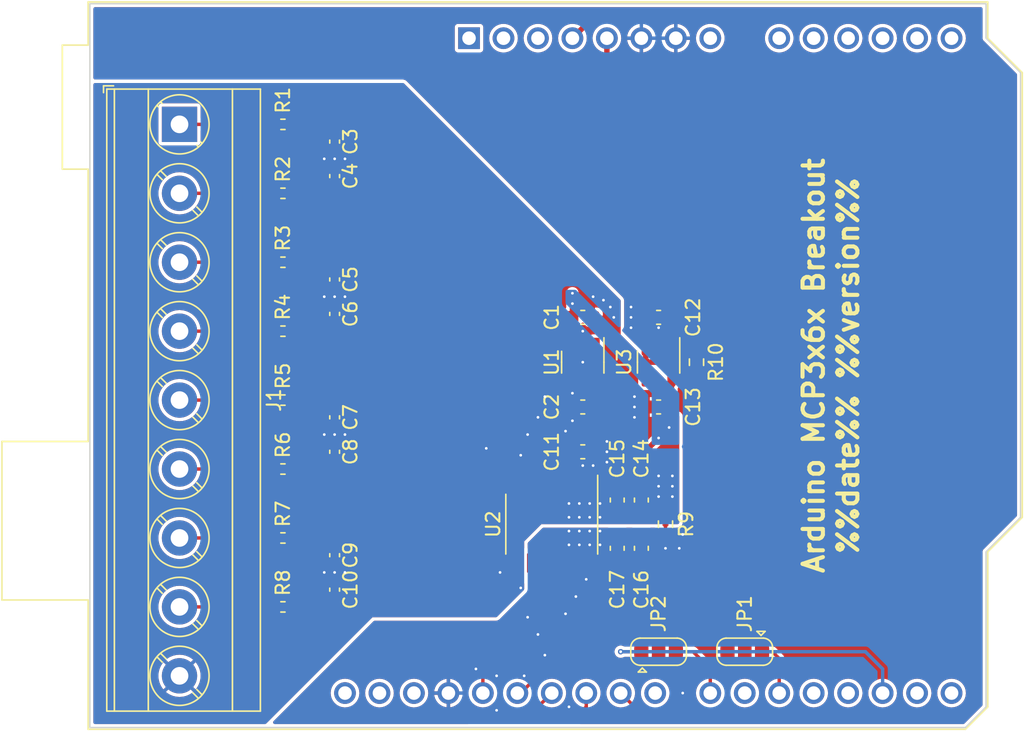
<source format=kicad_pcb>
(kicad_pcb (version 20211014) (generator pcbnew)
  (title_block (title "Arduino MCP3x6x Breakout") (date "2022-12-30") (company "Stefan Herold") (comment 1 "https://github.com/nerdyscout/Arduino_MCP3x6x_Library/pcb/Arduino") (comment 2 "UNO"))
  (layers (0 "F.Cu" signal) (31 "B.Cu" signal) (34 "B.Paste" user) (35 "F.Paste" user) (36 "B.SilkS" user "B.Silkscreen") (37 "F.SilkS" user "F.Silkscreen") (38 "B.Mask" user) (39 "F.Mask" user) (44 "Edge.Cuts" user))
  (net 0 "")
  (net 4 "VDD")
  (net 5 "+5V")
  (net 15 "Net-(A1-Pad17)")
  (net 18 "Net-(A1-Pad20)")
  (net 20 "unconnected-(A1-Pad24)")
  (net 22 "GNDD")
  (net 23 "/MCLK")
  (net 24 "/IRQ")
  (net 25 "/SS")
  (net 26 "/MOSI")
  (net 27 "/MISO")
  (net 28 "/SCK")
  (net 31 "VDDA")
  (net 32 "GNDA")
  (net 33 "Net-(C11-Pad1)")
  (net 34 "Net-(C3-Pad1)")
  (net 35 "Net-(C4-Pad2)")
  (net 36 "Net-(C5-Pad1)")
  (net 37 "Net-(C6-Pad2)")
  (net 38 "Net-(C7-Pad1)")
  (net 39 "Net-(C8-Pad2)")
  (net 40 "Net-(C9-Pad1)")
  (net 41 "Net-(C10-Pad2)")
  (net 44 "Net-(A1-Pad22)")
  (net 46 "Net-(J1-Pad1)")
  (net 47 "Net-(J1-Pad2)")
  (net 48 "Net-(J1-Pad3)")
  (net 49 "Net-(J1-Pad4)")
  (net 50 "Net-(J1-Pad5)")
  (net 51 "Net-(J1-Pad6)")
  (net 52 "Net-(J1-Pad7)")
  (net 53 "Net-(J1-Pad8)")
  (footprint "Capacitor_SMD:C_0603_1608Metric" (layer "F.Cu") (at 140.97 103.124 180)
    (fp_text reference "C12" (at -2.54 0 90) (layer "F.SilkS"))
    (fp_text value "100n")
    (pad "1" smd roundrect (at -0.775 0 180) (size 0.9 0.95) (layers "F.Cu" "F.Paste" "F.Mask") (net 5 "+5V"))
    (pad "2" smd roundrect (at 0.775 0 180) (size 0.9 0.95) (layers "F.Cu" "F.Paste" "F.Mask") (net 22 "GNDD"))
  )
  (footprint "Resistor_SMD:R_0402_1005Metric" (layer "F.Cu") (at 113.286 99.06)
    (fp_text reference "R3" (at 0 -1.778 90) (layer "F.SilkS"))
    (fp_text value "1k")
    (pad "1" smd roundrect (at -0.51 0) (size 0.54 0.64) (layers "F.Cu" "F.Paste" "F.Mask") (net 48 "Net-(J1-Pad3)"))
    (pad "2" smd roundrect (at 0.51 0) (size 0.54 0.64) (layers "F.Cu" "F.Paste" "F.Mask") (net 36 "Net-(C5-Pad1)"))
  )
  (footprint "Capacitor_SMD:C_0402_1005Metric" (layer "F.Cu") (at 117.096 120.65 -90)
    (fp_text reference "C9" (at 0 -1.16 90) (layer "F.SilkS"))
    (fp_text value "10p")
    (pad "1" smd roundrect (at -0.48 0 270) (size 0.56 0.62) (layers "F.Cu" "F.Paste" "F.Mask") (net 40 "Net-(C9-Pad1)"))
    (pad "2" smd roundrect (at 0.48 0 270) (size 0.56 0.62) (layers "F.Cu" "F.Paste" "F.Mask") (net 32 "GNDA"))
  )
  (footprint "Capacitor_SMD:C_0402_1005Metric" (layer "F.Cu") (at 117.096 100.33 -90)
    (fp_text reference "C5" (at 0 -1.16 90) (layer "F.SilkS"))
    (fp_text value "10p")
    (pad "1" smd roundrect (at -0.48 0 270) (size 0.56 0.62) (layers "F.Cu" "F.Paste" "F.Mask") (net 36 "Net-(C5-Pad1)"))
    (pad "2" smd roundrect (at 0.48 0 270) (size 0.56 0.62) (layers "F.Cu" "F.Paste" "F.Mask") (net 32 "GNDA"))
  )
  (footprint "Resistor_SMD:R_0402_1005Metric" (layer "F.Cu") (at 113.286 124.46)
    (fp_text reference "R8" (at -0.002 -1.778 90) (layer "F.SilkS"))
    (fp_text value "1k")
    (pad "1" smd roundrect (at -0.51 0) (size 0.54 0.64) (layers "F.Cu" "F.Paste" "F.Mask") (net 53 "Net-(J1-Pad8)"))
    (pad "2" smd roundrect (at 0.51 0) (size 0.54 0.64) (layers "F.Cu" "F.Paste" "F.Mask") (net 41 "Net-(C10-Pad2)"))
  )
  (footprint "Resistor_SMD:R_0603_1608Metric" (layer "F.Cu") (at 143.764 106.426 -90)
    (fp_text reference "R10" (at 0 -1.43 90) (layer "F.SilkS"))
    (fp_text value "DNP")
    (pad "1" smd roundrect (at -0.825 0 270) (size 0.8 0.95) (layers "F.Cu" "F.Paste" "F.Mask") (net 5 "+5V"))
    (pad "2" smd roundrect (at 0.825 0 270) (size 0.8 0.95) (layers "F.Cu" "F.Paste" "F.Mask") (net 31 "VDDA"))
  )
  (footprint "Capacitor_SMD:C_0603_1608Metric" (layer "F.Cu") (at 137.922 116.586 -90)
    (fp_text reference "C15" (at -3.048 0 90) (layer "F.SilkS"))
    (fp_text value "1n")
    (pad "1" smd roundrect (at -0.775 0 270) (size 0.9 0.95) (layers "F.Cu" "F.Paste" "F.Mask") (net 31 "VDDA"))
    (pad "2" smd roundrect (at 0.775 0 270) (size 0.9 0.95) (layers "F.Cu" "F.Paste" "F.Mask") (net 32 "GNDA"))
  )
  (footprint "Package_SO:TSSOP-20_4.4x6.5mm_P0.65mm" (layer "F.Cu") (at 133.096 118.364 -90)
    (fp_text reference "U2" (at 0 4.318 90) (layer "F.SilkS"))
    (fp_text value "MCP3x64/ST")
    (pad "1" smd roundrect (at -2.8625 -2.925 270) (size 1.475 0.4) (layers "F.Cu" "F.Paste" "F.Mask") (net 31 "VDDA"))
    (pad "2" smd roundrect (at -2.8625 -2.275 270) (size 1.475 0.4) (layers "F.Cu" "F.Paste" "F.Mask") (net 32 "GNDA"))
    (pad "3" smd roundrect (at -2.8625 -1.625 270) (size 1.475 0.4) (layers "F.Cu" "F.Paste" "F.Mask") (net 32 "GNDA"))
    (pad "4" smd roundrect (at -2.8625 -0.975 270) (size 1.475 0.4) (layers "F.Cu" "F.Paste" "F.Mask") (net 33 "Net-(C11-Pad1)"))
    (pad "5" smd roundrect (at -2.8625 -0.325 270) (size 1.475 0.4) (layers "F.Cu" "F.Paste" "F.Mask") (net 34 "Net-(C3-Pad1)"))
    (pad "6" smd roundrect (at -2.8625 0.325 270) (size 1.475 0.4) (layers "F.Cu" "F.Paste" "F.Mask") (net 35 "Net-(C4-Pad2)"))
    (pad "7" smd roundrect (at -2.8625 0.975 270) (size 1.475 0.4) (layers "F.Cu" "F.Paste" "F.Mask") (net 36 "Net-(C5-Pad1)"))
    (pad "8" smd roundrect (at -2.8625 1.625 270) (size 1.475 0.4) (layers "F.Cu" "F.Paste" "F.Mask") (net 37 "Net-(C6-Pad2)"))
    (pad "9" smd roundrect (at -2.8625 2.275 270) (size 1.475 0.4) (layers "F.Cu" "F.Paste" "F.Mask") (net 38 "Net-(C7-Pad1)"))
    (pad "10" smd roundrect (at -2.8625 2.925 270) (size 1.475 0.4) (layers "F.Cu" "F.Paste" "F.Mask") (net 39 "Net-(C8-Pad2)"))
    (pad "11" smd roundrect (at 2.8625 2.925 270) (size 1.475 0.4) (layers "F.Cu" "F.Paste" "F.Mask") (net 40 "Net-(C9-Pad1)"))
    (pad "12" smd roundrect (at 2.8625 2.275 270) (size 1.475 0.4) (layers "F.Cu" "F.Paste" "F.Mask") (net 41 "Net-(C10-Pad2)"))
    (pad "13" smd roundrect (at 2.8625 1.625 270) (size 1.475 0.4) (layers "F.Cu" "F.Paste" "F.Mask") (net 25 "/SS"))
    (pad "14" smd roundrect (at 2.8625 0.975 270) (size 1.475 0.4) (layers "F.Cu" "F.Paste" "F.Mask") (net 28 "/SCK"))
    (pad "15" smd roundrect (at 2.8625 0.325 270) (size 1.475 0.4) (layers "F.Cu" "F.Paste" "F.Mask") (net 26 "/MOSI"))
    (pad "16" smd roundrect (at 2.8625 -0.325 270) (size 1.475 0.4) (layers "F.Cu" "F.Paste" "F.Mask") (net 27 "/MISO"))
    (pad "17" smd roundrect (at 2.8625 -0.975 270) (size 1.475 0.4) (layers "F.Cu" "F.Paste" "F.Mask") (net 24 "/IRQ"))
    (pad "18" smd roundrect (at 2.8625 -1.625 270) (size 1.475 0.4) (layers "F.Cu" "F.Paste" "F.Mask") (net 23 "/MCLK"))
    (pad "19" smd roundrect (at 2.8625 -2.275 270) (size 1.475 0.4) (layers "F.Cu" "F.Paste" "F.Mask") (net 22 "GNDD"))
    (pad "20" smd roundrect (at 2.8625 -2.925 270) (size 1.475 0.4) (layers "F.Cu" "F.Paste" "F.Mask") (net 4 "VDD"))
  )
  (footprint "Capacitor_SMD:C_0603_1608Metric" (layer "F.Cu") (at 140.97 109.728 180)
    (fp_text reference "C13" (at -2.54 0 90) (layer "F.SilkS"))
    (fp_text value "100n")
    (pad "1" smd roundrect (at -0.775 0 180) (size 0.9 0.95) (layers "F.Cu" "F.Paste" "F.Mask") (net 31 "VDDA"))
    (pad "2" smd roundrect (at 0.775 0 180) (size 0.9 0.95) (layers "F.Cu" "F.Paste" "F.Mask") (net 32 "GNDA"))
  )
  (footprint "Capacitor_SMD:C_0603_1608Metric" (layer "F.Cu") (at 135.382 109.728 180)
    (fp_text reference "C2" (at 2.286 0 90) (layer "F.SilkS"))
    (fp_text value "100n")
    (pad "1" smd roundrect (at -0.775 0 180) (size 0.9 0.95) (layers "F.Cu" "F.Paste" "F.Mask") (net 33 "Net-(C11-Pad1)"))
    (pad "2" smd roundrect (at 0.775 0 180) (size 0.9 0.95) (layers "F.Cu" "F.Paste" "F.Mask") (net 32 "GNDA"))
  )
  (footprint "Resistor_SMD:R_0603_1608Metric" (layer "F.Cu") (at 141.478 118.364 90)
    (fp_text reference "R9" (at 0 1.524 90) (layer "F.SilkS"))
    (fp_text value "0")
    (pad "1" smd roundrect (at -0.825 0 90) (size 0.8 0.95) (layers "F.Cu" "F.Paste" "F.Mask") (net 22 "GNDD"))
    (pad "2" smd roundrect (at 0.825 0 90) (size 0.8 0.95) (layers "F.Cu" "F.Paste" "F.Mask") (net 32 "GNDA"))
  )
  (footprint "Capacitor_SMD:C_0603_1608Metric" (layer "F.Cu") (at 139.7 120.142 90)
    (fp_text reference "C16" (at -3.048 0 90) (layer "F.SilkS"))
    (fp_text value "100n")
    (pad "1" smd roundrect (at -0.775 0 90) (size 0.9 0.95) (layers "F.Cu" "F.Paste" "F.Mask") (net 4 "VDD"))
    (pad "2" smd roundrect (at 0.775 0 90) (size 0.9 0.95) (layers "F.Cu" "F.Paste" "F.Mask") (net 22 "GNDD"))
  )
  (footprint "Capacitor_SMD:C_0402_1005Metric" (layer "F.Cu") (at 117.096 123.19 -90)
    (fp_text reference "C10" (at 0 -1.16 90) (layer "F.SilkS"))
    (fp_text value "10p")
    (pad "1" smd roundrect (at -0.48 0 270) (size 0.56 0.62) (layers "F.Cu" "F.Paste" "F.Mask") (net 32 "GNDA"))
    (pad "2" smd roundrect (at 0.48 0 270) (size 0.56 0.62) (layers "F.Cu" "F.Paste" "F.Mask") (net 41 "Net-(C10-Pad2)"))
  )
  (footprint "Capacitor_SMD:C_0402_1005Metric" (layer "F.Cu") (at 117.096 110.49 -90)
    (fp_text reference "C7" (at 0 -1.16 90) (layer "F.SilkS"))
    (fp_text value "10p")
    (pad "1" smd roundrect (at -0.48 0 270) (size 0.56 0.62) (layers "F.Cu" "F.Paste" "F.Mask") (net 38 "Net-(C7-Pad1)"))
    (pad "2" smd roundrect (at 0.48 0 270) (size 0.56 0.62) (layers "F.Cu" "F.Paste" "F.Mask") (net 32 "GNDA"))
  )
  (footprint "Resistor_SMD:R_0402_1005Metric" (layer "F.Cu") (at 113.286 93.98)
    (fp_text reference "R2" (at 0 -1.778 90) (layer "F.SilkS"))
    (fp_text value "1k")
    (pad "1" smd roundrect (at -0.51 0) (size 0.54 0.64) (layers "F.Cu" "F.Paste" "F.Mask") (net 47 "Net-(J1-Pad2)"))
    (pad "2" smd roundrect (at 0.51 0) (size 0.54 0.64) (layers "F.Cu" "F.Paste" "F.Mask") (net 35 "Net-(C4-Pad2)"))
  )
  (footprint "Resistor_SMD:R_0402_1005Metric" (layer "F.Cu") (at 113.286 88.9)
    (fp_text reference "R1" (at 0 -1.778 90) (layer "F.SilkS"))
    (fp_text value "1k")
    (pad "1" smd roundrect (at -0.51 0) (size 0.54 0.64) (layers "F.Cu" "F.Paste" "F.Mask") (net 46 "Net-(J1-Pad1)"))
    (pad "2" smd roundrect (at 0.51 0) (size 0.54 0.64) (layers "F.Cu" "F.Paste" "F.Mask") (net 34 "Net-(C3-Pad1)"))
  )
  (footprint "Resistor_SMD:R_0402_1005Metric" (layer "F.Cu") (at 113.286 119.38)
    (fp_text reference "R7" (at 0 -1.778 90) (layer "F.SilkS"))
    (fp_text value "1k")
    (pad "1" smd roundrect (at -0.51 0) (size 0.54 0.64) (layers "F.Cu" "F.Paste" "F.Mask") (net 52 "Net-(J1-Pad7)"))
    (pad "2" smd roundrect (at 0.51 0) (size 0.54 0.64) (layers "F.Cu" "F.Paste" "F.Mask") (net 40 "Net-(C9-Pad1)"))
  )
  (footprint "Capacitor_SMD:C_0402_1005Metric" (layer "F.Cu") (at 117.096 90.17 -90)
    (fp_text reference "C3" (at 0 -1.16 90) (layer "F.SilkS"))
    (fp_text value "10p")
    (pad "1" smd roundrect (at -0.48 0 270) (size 0.56 0.62) (layers "F.Cu" "F.Paste" "F.Mask") (net 34 "Net-(C3-Pad1)"))
    (pad "2" smd roundrect (at 0.48 0 270) (size 0.56 0.62) (layers "F.Cu" "F.Paste" "F.Mask") (net 32 "GNDA"))
  )
  (footprint "Module:Arduino_UNO_R3" (layer "F.Cu") (at 127 82.55)
    (fp_text reference "A1" hide)
    (fp_text value "Arduino_Leonardo")
    (pad "1" thru_hole rect locked (at 0 0 90) (size 1.6 1.6) (drill 1) (layers *.Cu *.Mask))
    (pad "2" thru_hole oval locked (at 2.54 0 90) (size 1.6 1.6) (drill 1) (layers *.Cu *.Mask))
    (pad "3" thru_hole oval locked (at 5.08 0 90) (size 1.6 1.6) (drill 1) (layers *.Cu *.Mask))
    (pad "4" thru_hole oval locked (at 7.62 0 90) (size 1.6 1.6) (drill 1) (layers *.Cu *.Mask) (net 4 "VDD"))
    (pad "5" thru_hole oval locked (at 10.16 0 90) (size 1.6 1.6) (drill 1) (layers *.Cu *.Mask) (net 5 "+5V"))
    (pad "6" thru_hole oval locked (at 12.7 0 90) (size 1.6 1.6) (drill 1) (layers *.Cu *.Mask) (net 22 "GNDD"))
    (pad "7" thru_hole oval locked (at 15.24 0 90) (size 1.6 1.6) (drill 1) (layers *.Cu *.Mask) (net 22 "GNDD"))
    (pad "8" thru_hole oval locked (at 17.78 0 90) (size 1.6 1.6) (drill 1) (layers *.Cu *.Mask))
    (pad "9" thru_hole oval locked (at 22.86 0 90) (size 1.6 1.6) (drill 1) (layers *.Cu *.Mask))
    (pad "10" thru_hole oval locked (at 25.4 0 90) (size 1.6 1.6) (drill 1) (layers *.Cu *.Mask))
    (pad "11" thru_hole oval locked (at 27.94 0 90) (size 1.6 1.6) (drill 1) (layers *.Cu *.Mask))
    (pad "12" thru_hole oval locked (at 30.48 0 90) (size 1.6 1.6) (drill 1) (layers *.Cu *.Mask))
    (pad "13" thru_hole oval locked (at 33.02 0 90) (size 1.6 1.6) (drill 1) (layers *.Cu *.Mask))
    (pad "14" thru_hole oval locked (at 35.56 0 90) (size 1.6 1.6) (drill 1) (layers *.Cu *.Mask))
    (pad "15" thru_hole oval locked (at 35.56 48.26 90) (size 1.6 1.6) (drill 1) (layers *.Cu *.Mask))
    (pad "16" thru_hole oval locked (at 33.02 48.26 90) (size 1.6 1.6) (drill 1) (layers *.Cu *.Mask))
    (pad "17" thru_hole oval locked (at 30.48 48.26 90) (size 1.6 1.6) (drill 1) (layers *.Cu *.Mask) (net 15 "Net-(A1-Pad17)"))
    (pad "18" thru_hole oval locked (at 27.94 48.26 90) (size 1.6 1.6) (drill 1) (layers *.Cu *.Mask))
    (pad "19" thru_hole oval locked (at 25.4 48.26 90) (size 1.6 1.6) (drill 1) (layers *.Cu *.Mask))
    (pad "20" thru_hole oval locked (at 22.86 48.26 90) (size 1.6 1.6) (drill 1) (layers *.Cu *.Mask) (net 18 "Net-(A1-Pad20)"))
    (pad "21" thru_hole oval locked (at 20.32 48.26 90) (size 1.6 1.6) (drill 1) (layers *.Cu *.Mask))
    (pad "22" thru_hole oval locked (at 17.78 48.26 90) (size 1.6 1.6) (drill 1) (layers *.Cu *.Mask) (net 44 "Net-(A1-Pad22)"))
    (pad "23" thru_hole oval locked (at 13.72 48.26 90) (size 1.6 1.6) (drill 1) (layers *.Cu *.Mask))
    (pad "24" thru_hole oval locked (at 11.18 48.26 90) (size 1.6 1.6) (drill 1) (layers *.Cu *.Mask) (net 20 "unconnected-(A1-Pad24)"))
    (pad "25" thru_hole oval locked (at 8.64 48.26 90) (size 1.6 1.6) (drill 1) (layers *.Cu *.Mask) (net 25 "/SS"))
    (pad "26" thru_hole oval locked (at 6.1 48.26 90) (size 1.6 1.6) (drill 1) (layers *.Cu *.Mask) (net 26 "/MOSI"))
    (pad "27" thru_hole oval locked (at 3.56 48.26 90) (size 1.6 1.6) (drill 1) (layers *.Cu *.Mask) (net 27 "/MISO"))
    (pad "28" thru_hole oval locked (at 1.02 48.26 90) (size 1.6 1.6) (drill 1) (layers *.Cu *.Mask) (net 28 "/SCK"))
    (pad "29" thru_hole oval locked (at -1.52 48.26 90) (size 1.6 1.6) (drill 1) (layers *.Cu *.Mask) (net 22 "GNDD"))
    (pad "30" thru_hole oval locked (at -4.06 48.26 90) (size 1.6 1.6) (drill 1) (layers *.Cu *.Mask))
    (pad "31" thru_hole oval locked (at -6.6 48.26 90) (size 1.6 1.6) (drill 1) (layers *.Cu *.Mask))
    (pad "32" thru_hole oval locked (at -9.14 48.26 90) (size 1.6 1.6) (drill 1) (layers *.Cu *.Mask))
  )
  (footprint "Capacitor_SMD:C_0603_1608Metric" (layer "F.Cu") (at 135.382 113.03)
    (fp_text reference "C11" (at -2.286 0 90) (layer "F.SilkS"))
    (fp_text value "1n")
    (pad "1" smd roundrect (at -0.775 0) (size 0.9 0.95) (layers "F.Cu" "F.Paste" "F.Mask") (net 33 "Net-(C11-Pad1)"))
    (pad "2" smd roundrect (at 0.775 0) (size 0.9 0.95) (layers "F.Cu" "F.Paste" "F.Mask") (net 32 "GNDA"))
  )
  (footprint "Resistor_SMD:R_0402_1005Metric" (layer "F.Cu") (at 113.286 104.14)
    (fp_text reference "R4" (at -0.002 -1.778 90) (layer "F.SilkS"))
    (fp_text value "1k")
    (pad "1" smd roundrect (at -0.51 0) (size 0.54 0.64) (layers "F.Cu" "F.Paste" "F.Mask") (net 49 "Net-(J1-Pad4)"))
    (pad "2" smd roundrect (at 0.51 0) (size 0.54 0.64) (layers "F.Cu" "F.Paste" "F.Mask") (net 37 "Net-(C6-Pad2)"))
  )
  (footprint "TerminalBlock_Phoenix:TerminalBlock_Phoenix_MKDS-3-9-5.08_1x09_P5.08mm_Horizontal" (layer "F.Cu") (at 105.664 88.9 -90)
    (fp_text reference "J1" (at 20.32 -6.96 90) (layer "F.SilkS"))
    (fp_text value "Conn_01x09")
    (pad "1" thru_hole rect (at 0 0 270) (size 2.6 2.6) (drill 1.3) (layers *.Cu *.Mask) (net 46 "Net-(J1-Pad1)"))
    (pad "2" thru_hole circle (at 5.08 0 270) (size 2.6 2.6) (drill 1.3) (layers *.Cu *.Mask) (net 47 "Net-(J1-Pad2)"))
    (pad "3" thru_hole circle (at 10.16 0 270) (size 2.6 2.6) (drill 1.3) (layers *.Cu *.Mask) (net 48 "Net-(J1-Pad3)"))
    (pad "4" thru_hole circle (at 15.24 0 270) (size 2.6 2.6) (drill 1.3) (layers *.Cu *.Mask) (net 49 "Net-(J1-Pad4)"))
    (pad "5" thru_hole circle (at 20.32 0 270) (size 2.6 2.6) (drill 1.3) (layers *.Cu *.Mask) (net 50 "Net-(J1-Pad5)"))
    (pad "6" thru_hole circle (at 25.4 0 270) (size 2.6 2.6) (drill 1.3) (layers *.Cu *.Mask) (net 51 "Net-(J1-Pad6)"))
    (pad "7" thru_hole circle (at 30.48 0 270) (size 2.6 2.6) (drill 1.3) (layers *.Cu *.Mask) (net 52 "Net-(J1-Pad7)"))
    (pad "8" thru_hole circle (at 35.56 0 270) (size 2.6 2.6) (drill 1.3) (layers *.Cu *.Mask) (net 53 "Net-(J1-Pad8)"))
    (pad "9" thru_hole circle (at 40.64 0 270) (size 2.6 2.6) (drill 1.3) (layers *.Cu *.Mask) (net 32 "GNDA"))
  )
  (footprint "Capacitor_SMD:C_0402_1005Metric" (layer "F.Cu") (at 117.096 102.87 -90)
    (fp_text reference "C6" (at 0 -1.16 90) (layer "F.SilkS"))
    (fp_text value "10p")
    (pad "1" smd roundrect (at -0.48 0 270) (size 0.56 0.62) (layers "F.Cu" "F.Paste" "F.Mask") (net 32 "GNDA"))
    (pad "2" smd roundrect (at 0.48 0 270) (size 0.56 0.62) (layers "F.Cu" "F.Paste" "F.Mask") (net 37 "Net-(C6-Pad2)"))
  )
  (footprint "Capacitor_SMD:C_0603_1608Metric" (layer "F.Cu") (at 135.382 103.124)
    (fp_text reference "C1" (at -2.286 0 90) (layer "F.SilkS"))
    (fp_text value "100n")
    (pad "1" smd roundrect (at -0.775 0) (size 0.9 0.95) (layers "F.Cu" "F.Paste" "F.Mask") (net 31 "VDDA"))
    (pad "2" smd roundrect (at 0.775 0) (size 0.9 0.95) (layers "F.Cu" "F.Paste" "F.Mask") (net 32 "GNDA"))
  )
  (footprint "Capacitor_SMD:C_0402_1005Metric" (layer "F.Cu") (at 117.096 92.71 -90)
    (fp_text reference "C4" (at 0 -1.16 90) (layer "F.SilkS"))
    (fp_text value "10p")
    (pad "1" smd roundrect (at -0.48 0 270) (size 0.56 0.62) (layers "F.Cu" "F.Paste" "F.Mask") (net 32 "GNDA"))
    (pad "2" smd roundrect (at 0.48 0 270) (size 0.56 0.62) (layers "F.Cu" "F.Paste" "F.Mask") (net 35 "Net-(C4-Pad2)"))
  )
  (footprint "Resistor_SMD:R_0402_1005Metric" (layer "F.Cu") (at 113.286 114.3)
    (fp_text reference "R6" (at -0.002 -1.778 90) (layer "F.SilkS"))
    (fp_text value "1k")
    (pad "1" smd roundrect (at -0.51 0) (size 0.54 0.64) (layers "F.Cu" "F.Paste" "F.Mask") (net 51 "Net-(J1-Pad6)"))
    (pad "2" smd roundrect (at 0.51 0) (size 0.54 0.64) (layers "F.Cu" "F.Paste" "F.Mask") (net 39 "Net-(C8-Pad2)"))
  )
  (footprint "Jumper:SolderJumper-3_P1.3mm_Open_RoundedPad1.0x1.5mm" (layer "F.Cu") (at 140.97 127.762)
    (fp_text reference "JP2" (at 0 -2.794 90) (layer "F.SilkS"))
    (fp_text value "SolderJumper_3_Open")
    (pad "1" smd custom (at -1.3 0) (size 1 0.5) (layers "F.Cu" "F.Mask") (net 15 "Net-(A1-Pad17)") (options (clearance outline) (anchor rect)) (primitives (gr_circle (center 0 0.25) (end 0.5 0.25) (width 0) (fill yes)) (gr_circle (center 0 -0.25) (end 0.5 -0.25) (width 0) (fill yes)) (gr_poly (pts (xy 0.55 0.75) (xy 0 0.75) (xy 0 -0.75) (xy 0.55 -0.75)) (width 0) (fill yes))))
    (pad "2" smd rect (at 0 0) (size 1 1.5) (layers "F.Cu" "F.Mask") (net 24 "/IRQ"))
    (pad "3" smd custom (at 1.3 0) (size 1 0.5) (layers "F.Cu" "F.Mask") (net 44 "Net-(A1-Pad22)") (options (clearance outline) (anchor rect)) (primitives (gr_circle (center 0 0.25) (end 0.5 0.25) (width 0) (fill yes)) (gr_circle (center 0 -0.25) (end 0.5 -0.25) (width 0) (fill yes)) (gr_poly (pts (xy 0 0.75) (xy -0.55 0.75) (xy -0.55 -0.75) (xy 0 -0.75)) (width 0) (fill yes))))
  )
  (footprint "Jumper:SolderJumper-3_P1.3mm_Open_RoundedPad1.0x1.5mm" (layer "F.Cu") (at 147.32 127.762 180)
    (fp_text reference "JP1" (at 0 2.794 90) (layer "F.SilkS"))
    (fp_text value "SolderJumper_3_Open")
    (pad "1" smd custom (at -1.3 0 180) (size 1 0.5) (layers "F.Cu" "F.Mask") (net 18 "Net-(A1-Pad20)") (options (clearance outline) (anchor rect)) (primitives (gr_circle (center 0 0.25) (end 0.5 0.25) (width 0) (fill yes)) (gr_circle (center 0 -0.25) (end 0.5 -0.25) (width 0) (fill yes)) (gr_poly (pts (xy 0.55 0.75) (xy 0 0.75) (xy 0 -0.75) (xy 0.55 -0.75)) (width 0) (fill yes))))
    (pad "2" smd rect (at 0 0 180) (size 1 1.5) (layers "F.Cu" "F.Mask") (net 23 "/MCLK"))
    (pad "3" smd custom (at 1.3 0 180) (size 1 0.5) (layers "F.Cu" "F.Mask") (net 20 "unconnected-(A1-Pad24)") (options (clearance outline) (anchor rect)) (primitives (gr_circle (center 0 0.25) (end 0.5 0.25) (width 0) (fill yes)) (gr_circle (center 0 -0.25) (end 0.5 -0.25) (width 0) (fill yes)) (gr_poly (pts (xy 0 0.75) (xy -0.55 0.75) (xy -0.55 -0.75) (xy 0 -0.75)) (width 0) (fill yes))))
  )
  (footprint "Package_TO_SOT_SMD:SOT-23-5" (layer "F.Cu") (at 140.97 106.426 -90)
    (fp_text reference "U3" (at 0 2.54 90) (layer "F.SilkS"))
    (fp_text value "NCP163ASN330T1G")
    (pad "1" smd roundrect (at -1.1375 -0.95 270) (size 1.325 0.6) (layers "F.Cu" "F.Paste" "F.Mask") (net 5 "+5V"))
    (pad "2" smd roundrect (at -1.1375 0 270) (size 1.325 0.6) (layers "F.Cu" "F.Paste" "F.Mask") (net 22 "GNDD"))
    (pad "3" smd roundrect (at -1.1375 0.95 270) (size 1.325 0.6) (layers "F.Cu" "F.Paste" "F.Mask") (net 5 "+5V"))
    (pad "4" smd roundrect (at 1.1375 0.95 270) (size 1.325 0.6) (layers "F.Cu" "F.Paste" "F.Mask"))
    (pad "5" smd roundrect (at 1.1375 -0.95 270) (size 1.325 0.6) (layers "F.Cu" "F.Paste" "F.Mask") (net 31 "VDDA"))
  )
  (footprint "Package_TO_SOT_SMD:SOT-23-5" (layer "F.Cu") (at 135.382 106.426 -90)
    (fp_text reference "U1" (at 0 2.286 -270) (layer "F.SilkS"))
    (fp_text value "LM4132xMF-3.3")
    (pad "1" smd roundrect (at -1.1375 -0.95 270) (size 1.325 0.6) (layers "F.Cu" "F.Paste" "F.Mask"))
    (pad "2" smd roundrect (at -1.1375 0 270) (size 1.325 0.6) (layers "F.Cu" "F.Paste" "F.Mask") (net 32 "GNDA"))
    (pad "3" smd roundrect (at -1.1375 0.95 270) (size 1.325 0.6) (layers "F.Cu" "F.Paste" "F.Mask") (net 31 "VDDA"))
    (pad "4" smd roundrect (at 1.1375 0.95 270) (size 1.325 0.6) (layers "F.Cu" "F.Paste" "F.Mask") (net 31 "VDDA"))
    (pad "5" smd roundrect (at 1.1375 -0.95 270) (size 1.325 0.6) (layers "F.Cu" "F.Paste" "F.Mask") (net 33 "Net-(C11-Pad1)"))
  )
  (footprint "Capacitor_SMD:C_0603_1608Metric" (layer "F.Cu") (at 139.7 116.586 -90)
    (fp_text reference "C14" (at -3.048 0 90) (layer "F.SilkS"))
    (fp_text value "100n")
    (pad "1" smd roundrect (at -0.775 0 270) (size 0.9 0.95) (layers "F.Cu" "F.Paste" "F.Mask") (net 31 "VDDA"))
    (pad "2" smd roundrect (at 0.775 0 270) (size 0.9 0.95) (layers "F.Cu" "F.Paste" "F.Mask") (net 32 "GNDA"))
  )
  (footprint "Capacitor_SMD:C_0402_1005Metric" (layer "F.Cu") (at 117.096 113.03 -90)
    (fp_text reference "C8" (at 0 -1.16 90) (layer "F.SilkS"))
    (fp_text value "10p")
    (pad "1" smd roundrect (at -0.48 0 270) (size 0.56 0.62) (layers "F.Cu" "F.Paste" "F.Mask") (net 32 "GNDA"))
    (pad "2" smd roundrect (at 0.48 0 270) (size 0.56 0.62) (layers "F.Cu" "F.Paste" "F.Mask") (net 39 "Net-(C8-Pad2)"))
  )
  (footprint "Resistor_SMD:R_0402_1005Metric" (layer "F.Cu") (at 113.286 109.22)
    (fp_text reference "R5" (at 0 -1.778 90) (layer "F.SilkS"))
    (fp_text value "1k")
    (pad "1" smd roundrect (at -0.51 0) (size 0.54 0.64) (layers "F.Cu" "F.Paste" "F.Mask") (net 50 "Net-(J1-Pad5)"))
    (pad "2" smd roundrect (at 0.51 0) (size 0.54 0.64) (layers "F.Cu" "F.Paste" "F.Mask") (net 38 "Net-(C7-Pad1)"))
  )
  (footprint "Capacitor_SMD:C_0603_1608Metric" (layer "F.Cu") (at 137.922 120.142 90)
    (fp_text reference "C17" (at -3.048 0 90) (layer "F.SilkS"))
    (fp_text value "1n")
    (pad "1" smd roundrect (at -0.775 0 90) (size 0.9 0.95) (layers "F.Cu" "F.Paste" "F.Mask") (net 4 "VDD"))
    (pad "2" smd roundrect (at 0.775 0 90) (size 0.9 0.95) (layers "F.Cu" "F.Paste" "F.Mask") (net 22 "GNDD"))
  )
  (gr_poly (pts (xy 165.1 82.55) (xy 167.64 85.09) (xy 167.64 117.856) (xy 165.1 120.396) (xy 165.1 131.826) (xy 163.576 133.35) (xy 99.06 133.35) (xy 99.06 80.01) (xy 165.1 80.01)) (layer "Edge.Cuts") (width 0.1) (fill none))
  (gr_text "%%date%% %%version%%" (at 154.94 106.68 90) (layer "F.SilkS") (effects (font (size 1.5 1.5) (thickness 0.3))))
  (gr_text "Arduino MCP3x6x Breakout" (at 152.4 106.68 90) (layer "F.SilkS") (effects (font (size 1.5 1.5) (thickness 0.3))))
  (segment (start 140.208 81.026) (end 136.144 81.026) (width 0.4) (layer "F.Cu") (net 4))
  (segment (start 142.735 120.917) (end 146.05 117.602) (width 0.4) (layer "F.Cu") (net 4))
  (segment (start 146.05 117.602) (end 146.05 94.488) (width 0.4) (layer "F.Cu") (net 4))
  (segment (start 137.909 120.904) (end 137.922 120.917) (width 0.4) (layer "F.Cu") (net 4))
  (segment (start 136.144 81.026) (end 134.62 82.55) (width 0.4) (layer "F.Cu") (net 4))
  (segment (start 140.97 81.788) (end 140.208 81.026) (width 0.4) (layer "F.Cu") (net 4))
  (segment (start 136.021 121.2265) (end 136.5835 121.2265) (width 0.4) (layer "F.Cu") (net 4))
  (segment (start 139.7 120.917) (end 142.735 120.917) (width 0.4) (layer "F.Cu") (net 4))
  (segment (start 140.97 89.408) (end 140.97 81.788) (width 0.4) (layer "F.Cu") (net 4))
  (segment (start 136.5835 121.2265) (end 136.906 120.904) (width 0.4) (layer "F.Cu") (net 4))
  (segment (start 136.906 120.904) (end 137.909 120.904) (width 0.4) (layer "F.Cu") (net 4))
  (segment (start 137.922 120.917) (end 139.7 120.917) (width 0.4) (layer "F.Cu") (net 4))
  (segment (start 146.05 94.488) (end 140.97 89.408) (width 0.4) (layer "F.Cu") (net 4))
  (segment (start 141.745 103.124) (end 141.745 97.041) (width 0.4) (layer "F.Cu") (net 5))
  (segment (start 143.764 105.601) (end 142.939 105.601) (width 0.4) (layer "F.Cu") (net 5))
  (segment (start 141.745 97.041) (end 137.16 92.456) (width 0.4) (layer "F.Cu") (net 5))
  (segment (start 141.732 106.426) (end 141.92 106.238) (width 0.4) (layer "F.Cu") (net 5))
  (segment (start 141.92 104.328) (end 141.859 104.267) (width 0.4) (layer "F.Cu") (net 5))
  (segment (start 137.16 92.456) (end 137.16 82.55) (width 0.4) (layer "F.Cu") (net 5))
  (segment (start 142.939 105.601) (end 142.6265 105.2885) (width 0.4) (layer "F.Cu") (net 5))
  (segment (start 140.208 106.426) (end 141.732 106.426) (width 0.4) (layer "F.Cu") (net 5))
  (segment (start 141.92 105.2885) (end 141.92 104.328) (width 0.4) (layer "F.Cu") (net 5))
  (segment (start 142.6265 105.2885) (end 141.92 105.2885) (width 0.4) (layer "F.Cu") (net 5))
  (segment (start 140.02 105.2885) (end 140.02 106.238) (width 0.4) (layer "F.Cu") (net 5))
  (segment (start 141.745 103.124) (end 141.745 104.153) (width 0.4) (layer "F.Cu") (net 5))
  (segment (start 141.745 104.153) (end 141.859 104.267) (width 0.4) (layer "F.Cu") (net 5))
  (segment (start 140.02 106.238) (end 140.208 106.426) (width 0.4) (layer "F.Cu") (net 5))
  (segment (start 141.92 106.238) (end 141.92 105.2885) (width 0.4) (layer "F.Cu") (net 5))
  (segment (start 139.67 127.762) (end 138.176 127.762) (width 0.25) (layer "F.Cu") (net 15))
  (via (at 138.176 127.762) (size 0.4) (drill 0.2) (layers "F.Cu" "B.Cu") (net 15))
  (segment (start 156.21 127.762) (end 157.48 129.032) (width 0.25) (layer "B.Cu") (net 15))
  (segment (start 157.48 129.032) (end 157.48 130.81) (width 0.25) (layer "B.Cu") (net 15))
  (segment (start 138.176 127.762) (end 156.21 127.762) (width 0.25) (layer "B.Cu") (net 15))
  (segment (start 149.352 127.762) (end 149.86 128.27) (width 0.25) (layer "F.Cu") (net 18))
  (segment (start 149.86 128.27) (end 149.86 130.81) (width 0.25) (layer "F.Cu") (net 18))
  (segment (start 148.62 127.762) (end 149.352 127.762) (width 0.25) (layer "F.Cu") (net 18))
  (segment (start 146.02 131.856) (end 145.542 132.334) (width 0.25) (layer "F.Cu") (net 20))
  (segment (start 139.704 132.334) (end 138.18 130.81) (width 0.25) (layer "F.Cu") (net 20))
  (segment (start 146.02 127.762) (end 146.02 131.856) (width 0.25) (layer "F.Cu") (net 20))
  (segment (start 145.542 132.334) (end 139.704 132.334) (width 0.25) (layer "F.Cu") (net 20))
  (via (at 140.97 103.886) (size 0.4) (drill 0.2) (layers "F.Cu" "B.Cu") (net 22))
  (via (at 142.748 130.81) (size 0.4) (drill 0.2) (layers "F.Cu" "B.Cu") (net 22))
  (via (at 134.112 124.968) (size 0.4) (drill 0.2) (layers "F.Cu" "B.Cu") (net 22))
  (via (at 135.89 118.872) (size 0.4) (drill 0.2) (layers "F.Cu" "B.Cu") (net 22))
  (via (at 131.064 129.54) (size 0.4) (drill 0.2) (layers "F.Cu" "B.Cu") (net 22))
  (via (at 138.938 102.362) (size 0.4) (drill 0.2) (layers "F.Cu" "B.Cu") (net 22))
  (via (at 136.652 119.888) (size 0.4) (drill 0.2) (layers "F.Cu" "B.Cu") (net 22))
  (via (at 129.032 132.08) (size 0.4) (drill 0.2) (layers "F.Cu" "B.Cu") (net 22))
  (via (at 136.652 118.872) (size 0.4) (drill 0.2) (layers "F.Cu" "B.Cu") (net 22))
  (via (at 129.032 129.54) (size 0.4) (drill 0.2) (layers "F.Cu" "B.Cu") (net 22))
  (via (at 127.508 129.032) (size 0.4) (drill 0.2) (layers "F.Cu" "B.Cu") (net 22))
  (via (at 142.494 120.142) (size 0.4) (drill 0.2) (layers "F.Cu" "B.Cu") (net 22))
  (via (at 138.938 103.886) (size 0.4) (drill 0.2) (layers "F.Cu" "B.Cu") (net 22))
  (via (at 134.874 123.698) (size 0.4) (drill 0.2) (layers "F.Cu" "B.Cu") (net 22))
  (via (at 135.89 119.888) (size 0.4) (drill 0.2) (layers "F.Cu" "B.Cu") (net 22))
  (via (at 135.636 122.428) (size 0.4) (drill 0.2) (layers "F.Cu" "B.Cu") (net 22))
  (via (at 132.588 128.016) (size 0.4) (drill 0.2) (layers "F.Cu" "B.Cu") (net 22))
  (via (at 138.938 103.124) (size 0.4) (drill 0.2) (layers "F.Cu" "B.Cu") (net 22))
  (via (at 134.366 131.826) (size 0.4) (drill 0.2) (layers "F.Cu" "B.Cu") (net 22))
  (via (at 134.366 119.888) (size 0.4) (drill 0.2) (layers "F.Cu" "B.Cu") (net 22))
  (via (at 134.366 118.872) (size 0.4) (drill 0.2) (layers "F.Cu" "B.Cu") (net 22))
  (via (at 131.318 125.222) (size 0.4) (drill 0.2) (layers "F.Cu" "B.Cu") (net 22))
  (via (at 142.748 119.126) (size 0.4) (drill 0.2) (layers "F.Cu" "B.Cu") (net 22))
  (via (at 132.08 126.492) (size 0.4) (drill 0.2) (layers "F.Cu" "B.Cu") (net 22))
  (via (at 141.478 120.142) (size 0.4) (drill 0.2) (layers "F.Cu" "B.Cu") (net 22))
  (via (at 135.128 118.872) (size 0.4) (drill 0.2) (layers "F.Cu" "B.Cu") (net 22))
  (via (at 135.128 119.888) (size 0.4) (drill 0.2) (layers "F.Cu" "B.Cu") (net 22))
  (segment (start 135.763 123.698) (end 144.526 123.698) (width 0.25) (layer "F.Cu") (net 23))
  (segment (start 147.32 126.492) (end 147.32 127.762) (width 0.25) (layer "F.Cu") (net 23))
  (segment (start 134.721 122.656) (end 135.763 123.698) (width 0.25) (layer "F.Cu") (net 23))
  (segment (start 144.526 123.698) (end 147.32 126.492) (width 0.25) (layer "F.Cu") (net 23))
  (segment (start 134.721 121.2265) (end 134.721 122.656) (width 0.25) (layer "F.Cu") (net 23))
  (segment (start 134.071 123.911) (end 135.128 124.968) (width 0.25) (layer "F.Cu") (net 24))
  (segment (start 140.97 125.984) (end 139.954 124.968) (width 0.25) (layer "F.Cu") (net 24))
  (segment (start 134.071 121.2265) (end 134.071 123.911) (width 0.25) (layer "F.Cu") (net 24))
  (segment (start 135.128 124.968) (end 139.954 124.968) (width 0.25) (layer "F.Cu") (net 24))
  (segment (start 140.97 127.762) (end 140.97 125.984) (width 0.25) (layer "F.Cu") (net 24))
  (segment (start 126.746 128.778) (end 131.471 124.053) (width 0.25) (layer "F.Cu") (net 25))
  (segment (start 135.64 130.81) (end 135.64 131.822) (width 0.25) (layer "F.Cu") (net 25))
  (segment (start 131.471 124.053) (end 131.471 121.2265) (width 0.25) (layer "F.Cu") (net 25))
  (segment (start 126.746 132.08) (end 126.746 128.778) (width 0.25) (layer "F.Cu") (net 25))
  (segment (start 127.508 132.842) (end 126.746 132.08) (width 0.25) (layer "F.Cu") (net 25))
  (segment (start 134.62 132.842) (end 127.508 132.842) (width 0.25) (layer "F.Cu") (net 25))
  (segment (start 135.64 131.822) (end 134.62 132.842) (width 0.25) (layer "F.Cu") (net 25))
  (segment (start 131.83 132.08) (end 130.048 132.08) (width 0.25) (layer "F.Cu") (net 26))
  (segment (start 132.771 126.817) (end 132.771 121.2265) (width 0.25) (layer "F.Cu") (net 26))
  (segment (start 129.286 131.318) (end 129.286 130.302) (width 0.25) (layer "F.Cu") (net 26))
  (segment (start 129.286 130.302) (end 132.771 126.817) (width 0.25) (layer "F.Cu") (net 26))
  (segment (start 133.1 130.81) (end 131.83 132.08) (width 0.25) (layer "F.Cu") (net 26))
  (segment (start 130.048 132.08) (end 129.286 131.318) (width 0.25) (layer "F.Cu") (net 26))
  (segment (start 133.421 128.199) (end 130.81 130.81) (width 0.25) (layer "F.Cu") (net 27))
  (segment (start 133.421 121.2265) (end 133.421 128.199) (width 0.25) (layer "F.Cu") (net 27))
  (segment (start 130.81 130.81) (end 130.56 130.81) (width 0.25) (layer "F.Cu") (net 27))
  (segment (start 128.02 129.536) (end 128.02 130.81) (width 0.25) (layer "F.Cu") (net 28))
  (segment (start 132.121 125.435) (end 128.02 129.536) (width 0.25) (layer "F.Cu") (net 28))
  (segment (start 132.121 121.2265) (end 132.121 125.435) (width 0.25) (layer "F.Cu") (net 28))
  (segment (start 134.432 107.5635) (end 134.432 105.2885) (width 0.4) (layer "F.Cu") (net 31))
  (segment (start 136.906 115.824) (end 137.909 115.824) (width 0.4) (layer "F.Cu") (net 31))
  (segment (start 141.745 109.728) (end 141.745 111.239) (width 0.4) (layer "F.Cu") (net 31))
  (segment (start 141.92 108.524) (end 141.92 107.5635) (width 0.4) (layer "F.Cu") (net 31))
  (segment (start 141.745 108.699) (end 141.92 108.524) (width 0.4) (layer "F.Cu") (net 31))
  (segment (start 134.62 102.108) (end 134.62 101.346) (width 0.4) (layer "F.Cu") (net 31))
  (segment (start 134.607 103.124) (end 134.607 103.899) (width 0.4) (layer "F.Cu") (net 31))
  (segment (start 134.62 103.111) (end 134.607 103.124) (width 0.4) (layer "F.Cu") (net 31))
  (segment (start 134.432 104.074) (end 134.493 104.013) (width 0.4) (layer "F.Cu") (net 31))
  (segment (start 137.909 115.824) (end 137.922 115.811) (width 0.4) (layer "F.Cu") (net 31))
  (segment (start 134.432 105.2885) (end 134.432 104.074) (width 0.4) (layer "F.Cu") (net 31))
  (segment (start 134.62 102.108) (end 134.62 103.111) (width 0.4) (layer "F.Cu") (net 31))
  (segment (start 142.6265 107.5635) (end 141.92 107.5635) (width 0.4) (layer "F.Cu") (net 31))
  (segment (start 142.939 107.251) (end 142.6265 107.5635) (width 0.4) (layer "F.Cu") (net 31))
  (segment (start 141.745 109.728) (end 141.745 108.699) (width 0.4) (layer "F.Cu") (net 31))
  (segment (start 139.7 113.284) (end 141.745 111.239) (width 0.4) (layer "F.Cu") (net 31))
  (segment (start 139.7 115.811) (end 139.7 113.284) (width 0.4) (layer "F.Cu") (net 31))
  (segment (start 143.764 107.251) (end 142.939 107.251) (width 0.4) (layer "F.Cu") (net 31))
  (segment (start 136.021 115.5015) (end 136.5835 115.5015) (width 0.4) (layer "F.Cu") (net 31))
  (segment (start 137.922 115.811) (end 139.7 115.811) (width 0.4) (layer "F.Cu") (net 31))
  (segment (start 136.5835 115.5015) (end 136.906 115.824) (width 0.4) (layer "F.Cu") (net 31))
  (segment (start 134.607 103.899) (end 134.493 104.013) (width 0.4) (layer "F.Cu") (net 31))
  (via (at 134.62 102.108) (size 0.4) (drill 0.2) (layers "F.Cu" "B.Cu") (net 31))
  (via (at 140.97 112.014) (size 0.4) (drill 0.2) (layers "F.Cu" "B.Cu") (net 31))
  (via (at 141.745 111.239) (size 0.4) (drill 0.2) (layers "F.Cu" "B.Cu") (net 31))
  (via (at 134.62 101.346) (size 0.4) (drill 0.2) (layers "F.Cu" "B.Cu") (net 31))
  (via (at 117.094 121.92) (size 0.4) (drill 0.2) (layers "F.Cu" "B.Cu") (net 32))
  (via (at 139.192 108.966) (size 0.4) (drill 0.2) (layers "F.Cu" "B.Cu") (net 32))
  (via (at 132.08 110.49) (size 0.4) (drill 0.2) (layers "F.Cu" "B.Cu") (net 32))
  (via (at 139.192 110.49) (size 0.4) (drill 0.2) (layers "F.Cu" "B.Cu") (net 32))
  (via (at 132.588 108.966) (size 0.4) (drill 0.2) (layers "F.Cu" "B.Cu") (net 32))
  (via (at 134.62 110.744) (size 0.4) (drill 0.2) (layers "F.Cu" "B.Cu") (net 32))
  (via (at 141.986 115.57) (size 0.4) (drill 0.2) (layers "F.Cu" "B.Cu") (net 32))
  (via (at 137.16 112.268) (size 0.4) (drill 0.2) (layers "F.Cu" "B.Cu") (net 32))
  (via (at 117.094 111.76) (size 0.4) (drill 0.2) (layers "F.Cu" "B.Cu") (net 32))
  (via (at 135.89 116.84) (size 0.4) (drill 0.2) (layers "F.Cu" "B.Cu") (net 32))
  (via (at 140.97 115.57) (size 0.4) (drill 0.2) (layers "F.Cu" "B.Cu") (net 32))
  (via (at 134.62 108.712) (size 0.4) (drill 0.2) (layers "F.Cu" "B.Cu") (net 32))
  (via (at 131.318 111.76) (size 0.4) (drill 0.2) (layers "F.Cu" "B.Cu") (net 32))
  (via (at 135.382 106.426) (size 0.4) (drill 0.2) (layers "F.Cu" "B.Cu") (net 32))
  (via (at 136.652 117.856) (size 0.4) (drill 0.2) (layers "F.Cu" "B.Cu") (net 32))
  (via (at 128.27 112.776) (size 0.4) (drill 0.2) (layers "F.Cu" "B.Cu") (net 32))
  (via (at 116.332 91.44) (size 0.4) (drill 0.2) (layers "F.Cu" "B.Cu") (net 32))
  (via (at 134.112 111.506) (size 0.4) (drill 0.2) (layers "F.Cu" "B.Cu") (net 32))
  (via (at 137.668 103.124) (size 0.4) (drill 0.2) (layers "F.Cu" "B.Cu") (net 32))
  (via (at 136.906 101.854) (size 0.4) (drill 0.2) (layers "F.Cu" "B.Cu") (net 32))
  (via (at 139.192 109.728) (size 0.4) (drill 0.2) (layers "F.Cu" "B.Cu") (net 32))
  (via (at 117.856 101.6) (size 0.4) (drill 0.2) (layers "F.Cu" "B.Cu") (net 32))
  (via (at 136.652 116.84) (size 0.4) (drill 0.2) (layers "F.Cu" "B.Cu") (net 32))
  (via (at 135.382 104.14) (size 0.4) (drill 0.2) (layers "F.Cu" "B.Cu") (net 32))
  (via (at 140.97 116.332) (size 0.4) (drill 0.2) (layers "F.Cu" "B.Cu") (net 32))
  (via (at 129.286 121.92) (size 0.4) (drill 0.2) (layers "F.Cu" "B.Cu") (net 32))
  (via (at 137.16 113.03) (size 0.4) (drill 0.2) (layers "F.Cu" "B.Cu") (net 32))
  (via (at 116.332 111.76) (size 0.4) (drill 0.2) (layers "F.Cu" "B.Cu") (net 32))
  (via (at 117.856 111.76) (size 0.4) (drill 0.2) (layers "F.Cu" "B.Cu") (net 32))
  (via (at 141.986 114.808) (size 0.4) (drill 0.2) (layers "F.Cu" "B.Cu") (net 32))
  (via (at 136.144 101.6) (size 0.4) (drill 0.2) (layers "F.Cu" "B.Cu") (net 32))
  (via (at 141.986 116.332) (size 0.4) (drill 0.2) (layers "F.Cu" "B.Cu") (net 32))
  (via (at 117.094 101.6) (size 0.4) (drill 0.2) (layers "F.Cu" "B.Cu") (net 32))
  (via (at 130.81 113.284) (size 0.4) (drill 0.2) (layers "F.Cu" "B.Cu") (net 32))
  (via (at 134.366 117.856) (size 0.4) (drill 0.2) (layers "F.Cu" "B.Cu") (net 32))
  (via (at 117.096 91.44) (size 0.4) (drill 0.2) (layers "F.Cu" "B.Cu") (net 32))
  (via (at 117.856 121.92) (size 0.4) (drill 0.2) (layers "F.Cu" "B.Cu") (net 32))
  (via (at 140.97 114.808) (size 0.4) (drill 0.2) (layers "F.Cu" "B.Cu") (net 32))
  (via (at 134.366 116.84) (size 0.4) (drill 0.2) (layers "F.Cu" "B.Cu") (net 32))
  (via (at 135.382 114.046) (size 0.4) (drill 0.2) (layers "F.Cu" "B.Cu") (net 32))
  (via (at 117.856 91.44) (size 0.4) (drill 0.2) (layers "F.Cu" "B.Cu") (net 32))
  (via (at 136.144 114.046) (size 0.4) (drill 0.2) (layers "F.Cu" "B.Cu") (net 32))
  (via (at 130.81 123.063) (size 0.4) (drill 0.2) (layers "F.Cu" "B.Cu") (net 32))
  (via (at 116.332 101.6) (size 0.4) (drill 0.2) (layers "F.Cu" "B.Cu") (net 32))
  (via (at 135.128 117.856) (size 0.4) (drill 0.2) (layers "F.Cu" "B.Cu") (net 32))
  (via (at 135.89 117.856) (size 0.4) (drill 0.2) (layers "F.Cu" "B.Cu") (net 32))
  (via (at 137.16 113.792) (size 0.4) (drill 0.2) (layers "F.Cu" "B.Cu") (net 32))
  (via (at 137.414 102.362) (size 0.4) (drill 0.2) (layers "F.Cu" "B.Cu") (net 32))
  (via (at 135.128 116.84) (size 0.4) (drill 0.2) (layers "F.Cu" "B.Cu") (net 32))
  (via (at 116.332 121.92) (size 0.4) (drill 0.2) (layers "F.Cu" "B.Cu") (net 32))
  (segment (start 134.62 113.792) (end 134.62 113.043) (width 0.25) (layer "F.Cu") (net 33))
  (segment (start 134.607 113.03) (end 134.607 112.281) (width 0.25) (layer "F.Cu") (net 33))
  (segment (start 136.157 108.826) (end 136.157 109.728) (width 0.25) (layer "F.Cu") (net 33))
  (segment (start 136.157 110.731) (end 136.157 109.728) (width 0.25) (layer "F.Cu") (net 33))
  (segment (start 136.332 107.5635) (end 136.332 108.651) (width 0.25) (layer "F.Cu") (net 33))
  (segment (start 134.62 113.043) (end 134.607 113.03) (width 0.25) (layer "F.Cu") (net 33))
  (segment (start 136.332 108.651) (end 136.157 108.826) (width 0.25) (layer "F.Cu") (net 33))
  (segment (start 134.071 115.5015) (end 134.071 114.341) (width 0.25) (layer "F.Cu") (net 33))
  (segment (start 134.607 112.281) (end 136.157 110.731) (width 0.25) (layer "F.Cu") (net 33))
  (segment (start 134.071 114.341) (end 134.62 113.792) (width 0.25) (layer "F.Cu") (net 33))
  (segment (start 116.306 88.9) (end 117.096 89.69) (width 0.25) (layer "F.Cu") (net 34))
  (segment (start 133.421 115.5015) (end 133.421 108.783) (width 0.25) (layer "F.Cu") (net 34))
  (segment (start 120.904 96.266) (end 120.904 92.71) (width 0.25) (layer "F.Cu") (net 34))
  (segment (start 120.904 92.71) (end 117.884 89.69) (width 0.25) (layer "F.Cu") (net 34))
  (segment (start 117.884 89.69) (end 117.096 89.69) (width 0.25) (layer "F.Cu") (net 34))
  (segment (start 133.421 108.783) (end 120.904 96.266) (width 0.25) (layer "F.Cu") (net 34))
  (segment (start 113.796 88.9) (end 116.306 88.9) (width 0.25) (layer "F.Cu") (net 34))
  (segment (start 132.771 110.165) (end 119.634 97.028) (width 0.25) (layer "F.Cu") (net 35))
  (segment (start 119.634 97.028) (end 119.634 94.996) (width 0.25) (layer "F.Cu") (net 35))
  (segment (start 116.306 93.98) (end 117.096 93.19) (width 0.25) (layer "F.Cu") (net 35))
  (segment (start 113.796 93.98) (end 116.306 93.98) (width 0.25) (layer "F.Cu") (net 35))
  (segment (start 119.634 94.996) (end 117.828 93.19) (width 0.25) (layer "F.Cu") (net 35))
  (segment (start 132.771 115.5015) (end 132.771 110.165) (width 0.25) (layer "F.Cu") (net 35))
  (segment (start 117.828 93.19) (end 117.096 93.19) (width 0.25) (layer "F.Cu") (net 35))
  (segment (start 132.121 115.5015) (end 132.121 111.547) (width 0.25) (layer "F.Cu") (net 36))
  (segment (start 113.796 99.06) (end 116.306 99.06) (width 0.25) (layer "F.Cu") (net 36))
  (segment (start 120.424 99.85) (end 117.096 99.85) (width 0.25) (layer "F.Cu") (net 36))
  (segment (start 132.121 111.547) (end 120.424 99.85) (width 0.25) (layer "F.Cu") (net 36))
  (segment (start 116.306 99.06) (end 117.096 99.85) (width 0.25) (layer "F.Cu") (net 36))
  (segment (start 131.471 112.929) (end 121.892 103.35) (width 0.25) (layer "F.Cu") (net 37))
  (segment (start 131.471 115.5015) (end 131.471 112.929) (width 0.25) (layer "F.Cu") (net 37))
  (segment (start 113.796 104.14) (end 116.306 104.14) (width 0.25) (layer "F.Cu") (net 37))
  (segment (start 121.892 103.35) (end 117.096 103.35) (width 0.25) (layer "F.Cu") (net 37))
  (segment (start 116.306 104.14) (end 117.096 103.35) (width 0.25) (layer "F.Cu") (net 37))
  (segment (start 116.306 109.22) (end 117.096 110.01) (width 0.25) (layer "F.Cu") (net 38))
  (segment (start 130.821 114.311) (end 126.52 110.01) (width 0.25) (layer "F.Cu") (net 38))
  (segment (start 126.52 110.01) (end 117.096 110.01) (width 0.25) (layer "F.Cu") (net 38))
  (segment (start 113.796 109.22) (end 116.306 109.22) (width 0.25) (layer "F.Cu") (net 38))
  (segment (start 130.821 115.5015) (end 130.821 114.311) (width 0.25) (layer "F.Cu") (net 38))
  (segment (start 117.096 113.51) (end 129.129604 113.51) (width 0.25) (layer "F.Cu") (net 39))
  (segment (start 130.171 114.551396) (end 130.171 115.5015) (width 0.25) (layer "F.Cu") (net 39))
  (segment (start 113.796 114.3) (end 116.306 114.3) (width 0.25) (layer "F.Cu") (net 39))
  (segment (start 129.129604 113.51) (end 130.171 114.551396) (width 0.25) (layer "F.Cu") (net 39))
  (segment (start 116.306 114.3) (end 117.096 113.51) (width 0.25) (layer "F.Cu") (net 39))
  (segment (start 128.552 120.17) (end 117.096 120.17) (width 0.25) (layer "F.Cu") (net 40))
  (segment (start 130.171 121.2265) (end 129.6085 121.2265) (width 0.25) (layer "F.Cu") (net 40))
  (segment (start 113.796 119.38) (end 116.306 119.38) (width 0.25) (layer "F.Cu") (net 40))
  (segment (start 116.306 119.38) (end 117.096 120.17) (width 0.25) (layer "F.Cu") (net 40))
  (segment (start 129.6085 121.2265) (end 128.552 120.17) (width 0.25) (layer "F.Cu") (net 40))
  (segment (start 116.306 124.46) (end 117.096 123.67) (width 0.25) (layer "F.Cu") (net 41))
  (segment (start 113.796 124.46) (end 116.306 124.46) (width 0.25) (layer "F.Cu") (net 41))
  (segment (start 130.821 122.163) (end 130.821 121.2265) (width 0.25) (layer "F.Cu") (net 41))
  (segment (start 129.314 123.67) (end 130.821 122.163) (width 0.25) (layer "F.Cu") (net 41))
  (segment (start 117.096 123.67) (end 129.314 123.67) (width 0.25) (layer "F.Cu") (net 41))
  (segment (start 144.78 129.032) (end 144.78 130.81) (width 0.25) (layer "F.Cu") (net 44))
  (segment (start 142.27 127.762) (end 143.51 127.762) (width 0.25) (layer "F.Cu") (net 44))
  (segment (start 143.51 127.762) (end 144.78 129.032) (width 0.25) (layer "F.Cu") (net 44))
  (segment (start 112.776 88.9) (end 105.71 88.9) (width 0.25) (layer "F.Cu") (net 46))
  (segment (start 112.776 93.98) (end 105.71 93.98) (width 0.25) (layer "F.Cu") (net 47))
  (segment (start 112.776 99.06) (end 105.71 99.06) (width 0.25) (layer "F.Cu") (net 48))
  (segment (start 112.776 104.14) (end 105.71 104.14) (width 0.25) (layer "F.Cu") (net 49))
  (segment (start 112.776 109.22) (end 105.71 109.22) (width 0.25) (layer "F.Cu") (net 50))
  (segment (start 112.776 114.3) (end 105.71 114.3) (width 0.25) (layer "F.Cu") (net 51))
  (segment (start 112.776 119.38) (end 105.71 119.38) (width 0.25) (layer "F.Cu") (net 52))
  (segment (start 105.71 124.46) (end 112.776 124.46) (width 0.25) (layer "F.Cu") (net 53))
  (zone (net 22) (net_name "GNDD") (layers F&B.Cu) (name "GNDD") (connect_pads (clearance 0.254)) (min_thickness 0.254) (fill yes (thermal_gap 0.254) (thermal_bridge_width 0.254))
    (polygon (pts (xy 165.1 82.55) (xy 167.64 85.09) (xy 167.64 117.856) (xy 165.1 120.396) (xy 165.1 131.826) (xy 163.576 133.35) (xy 99.06 133.35) (xy 99.06 80.01) (xy 165.1 80.01)))
  )
  (zone (net 32) (net_name "GNDA") (layers F&B.Cu) (name "GNDA") (priority 1) (connect_pads (clearance 0.254)) (min_thickness 0.254) (fill yes (thermal_gap 0.254) (thermal_bridge_width 0.254))
    (polygon (pts (xy 138.176 101.854) (xy 138.176 104.394) (xy 142.494 108.712) (xy 142.494 109.474) (xy 142.494 118.364) (xy 132.334 118.364) (xy 131.064 119.634) (xy 131.064 123.19) (xy 129.032 125.222) (xy 119.888 125.222) (xy 111.76 133.35) (xy 99.06 133.35) (xy 99.06 85.852) (xy 122.174 85.852)))
  )
  (zone (net 31) (net_name "VDDA") (layer "B.Cu") (priority 2) (connect_pads (clearance 0.254)) (min_thickness 0.254) (fill yes (thermal_gap 0.254) (thermal_bridge_width 0.254))
    (polygon (pts (xy 142.494 108.712) (xy 142.494 112.522) (xy 140.462 112.522) (xy 140.462 108.712) (xy 134.874 102.87) (xy 134.112 102.108) (xy 134.112 101.092) (xy 134.874 101.092)))
  )
)
</source>
